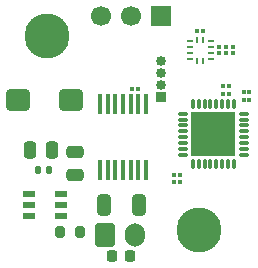
<source format=gbs>
G04 #@! TF.GenerationSoftware,KiCad,Pcbnew,9.0.4*
G04 #@! TF.CreationDate,2025-10-13T14:39:45-04:00*
G04 #@! TF.ProjectId,bldc motor controller,626c6463-206d-46f7-946f-7220636f6e74,rev?*
G04 #@! TF.SameCoordinates,Original*
G04 #@! TF.FileFunction,Soldermask,Bot*
G04 #@! TF.FilePolarity,Negative*
%FSLAX46Y46*%
G04 Gerber Fmt 4.6, Leading zero omitted, Abs format (unit mm)*
G04 Created by KiCad (PCBNEW 9.0.4) date 2025-10-13 14:39:45*
%MOMM*%
%LPD*%
G01*
G04 APERTURE LIST*
G04 Aperture macros list*
%AMRoundRect*
0 Rectangle with rounded corners*
0 $1 Rounding radius*
0 $2 $3 $4 $5 $6 $7 $8 $9 X,Y pos of 4 corners*
0 Add a 4 corners polygon primitive as box body*
4,1,4,$2,$3,$4,$5,$6,$7,$8,$9,$2,$3,0*
0 Add four circle primitives for the rounded corners*
1,1,$1+$1,$2,$3*
1,1,$1+$1,$4,$5*
1,1,$1+$1,$6,$7*
1,1,$1+$1,$8,$9*
0 Add four rect primitives between the rounded corners*
20,1,$1+$1,$2,$3,$4,$5,0*
20,1,$1+$1,$4,$5,$6,$7,0*
20,1,$1+$1,$6,$7,$8,$9,0*
20,1,$1+$1,$8,$9,$2,$3,0*%
G04 Aperture macros list end*
%ADD10R,0.850000X0.850000*%
%ADD11C,0.850000*%
%ADD12RoundRect,0.250000X-0.600000X-0.750000X0.600000X-0.750000X0.600000X0.750000X-0.600000X0.750000X0*%
%ADD13O,1.700000X2.000000*%
%ADD14R,1.700000X1.700000*%
%ADD15C,1.700000*%
%ADD16C,3.800000*%
%ADD17RoundRect,0.075000X-0.125000X-0.075000X0.125000X-0.075000X0.125000X0.075000X-0.125000X0.075000X0*%
%ADD18RoundRect,0.225000X0.225000X0.250000X-0.225000X0.250000X-0.225000X-0.250000X0.225000X-0.250000X0*%
%ADD19RoundRect,0.075000X0.125000X0.075000X-0.125000X0.075000X-0.125000X-0.075000X0.125000X-0.075000X0*%
%ADD20RoundRect,0.075000X0.075000X-0.125000X0.075000X0.125000X-0.075000X0.125000X-0.075000X-0.125000X0*%
%ADD21RoundRect,0.250000X-0.750000X-0.650000X0.750000X-0.650000X0.750000X0.650000X-0.750000X0.650000X0*%
%ADD22R,0.500000X0.280000*%
%ADD23R,0.280000X0.500000*%
%ADD24R,0.400000X1.700000*%
%ADD25O,0.900000X0.280000*%
%ADD26O,0.280000X0.900000*%
%ADD27R,3.700000X3.700000*%
%ADD28R,1.100000X0.600000*%
%ADD29RoundRect,0.200000X-0.200000X-0.275000X0.200000X-0.275000X0.200000X0.275000X-0.200000X0.275000X0*%
%ADD30RoundRect,0.140000X-0.140000X-0.170000X0.140000X-0.170000X0.140000X0.170000X-0.140000X0.170000X0*%
%ADD31RoundRect,0.250000X-0.475000X0.250000X-0.475000X-0.250000X0.475000X-0.250000X0.475000X0.250000X0*%
%ADD32RoundRect,0.250000X0.250000X0.475000X-0.250000X0.475000X-0.250000X-0.475000X0.250000X-0.475000X0*%
%ADD33RoundRect,0.250000X0.325000X0.650000X-0.325000X0.650000X-0.325000X-0.650000X0.325000X-0.650000X0*%
G04 APERTURE END LIST*
D10*
G04 #@! TO.C,J1*
X145600000Y-85000000D03*
D11*
X145600000Y-84000000D03*
X145600000Y-83000000D03*
X145600000Y-82000000D03*
G04 #@! TD*
D12*
G04 #@! TO.C,-BAT+1*
X140900000Y-96750000D03*
D13*
X143400000Y-96750000D03*
G04 #@! TD*
D14*
G04 #@! TO.C,U8*
X145590000Y-78200000D03*
D15*
X143050000Y-78200000D03*
X140510000Y-78200000D03*
G04 #@! TD*
D16*
G04 #@! TO.C,M2*
X136000000Y-79900000D03*
G04 #@! TD*
G04 #@! TO.C,M2*
X148850000Y-96300000D03*
G04 #@! TD*
D17*
G04 #@! TO.C,C13*
X150850000Y-84100000D03*
X151350000Y-84100000D03*
G04 #@! TD*
D18*
G04 #@! TO.C,C9*
X142975000Y-98500000D03*
X141425000Y-98500000D03*
G04 #@! TD*
D19*
G04 #@! TO.C,C16*
X147200000Y-91600000D03*
X146700000Y-91600000D03*
G04 #@! TD*
D17*
G04 #@! TO.C,C20*
X148700000Y-79475000D03*
X149200000Y-79475000D03*
G04 #@! TD*
D20*
G04 #@! TO.C,C23*
X151100000Y-81325000D03*
X151100000Y-80825000D03*
G04 #@! TD*
D21*
G04 #@! TO.C,L1*
X133500000Y-85250000D03*
X138000000Y-85250000D03*
G04 #@! TD*
D22*
G04 #@! TO.C,U6*
X148075000Y-81825000D03*
X148075000Y-81325000D03*
X148075000Y-80825000D03*
X148075000Y-80325000D03*
D23*
X148700000Y-80200000D03*
X149200000Y-80200000D03*
D22*
X149825000Y-80325000D03*
X149825000Y-80825000D03*
X149825000Y-81325000D03*
X149825000Y-81825000D03*
D23*
X149200000Y-81950000D03*
X148700000Y-81950000D03*
G04 #@! TD*
D24*
G04 #@! TO.C,U5*
X144350000Y-91250000D03*
X143700000Y-91250000D03*
X143050000Y-91250000D03*
X142400000Y-91250000D03*
X141750000Y-91250000D03*
X141100000Y-91250000D03*
X140450000Y-91250000D03*
X140450000Y-85650000D03*
X141100000Y-85650000D03*
X141750000Y-85650000D03*
X142400000Y-85650000D03*
X143050000Y-85650000D03*
X143700000Y-85650000D03*
X144350000Y-85650000D03*
G04 #@! TD*
D19*
G04 #@! TO.C,C17*
X147200000Y-92250000D03*
X146700000Y-92250000D03*
G04 #@! TD*
D17*
G04 #@! TO.C,C14*
X152600000Y-85250000D03*
X153100000Y-85250000D03*
G04 #@! TD*
D20*
G04 #@! TO.C,C21*
X151700000Y-81325000D03*
X151700000Y-80825000D03*
G04 #@! TD*
D25*
G04 #@! TO.C,U3*
X147499995Y-89950000D03*
X147499995Y-89450000D03*
X147499995Y-88950000D03*
X147499995Y-88450000D03*
X147499995Y-87950000D03*
X147499995Y-87450000D03*
X147499995Y-86950000D03*
X147499995Y-86450000D03*
D26*
X148299995Y-85650000D03*
X148799995Y-85650000D03*
X149299995Y-85650000D03*
X149799995Y-85650000D03*
X150299995Y-85650000D03*
X150799995Y-85650000D03*
X151299995Y-85650000D03*
X151799995Y-85650000D03*
D25*
X152599995Y-86450000D03*
X152599995Y-86950000D03*
X152599995Y-87450000D03*
X152599995Y-87950000D03*
X152599995Y-88450000D03*
X152599995Y-88950000D03*
X152599995Y-89450000D03*
X152599995Y-89950000D03*
D26*
X151799995Y-90750000D03*
X151299995Y-90750000D03*
X150799995Y-90750000D03*
X150299995Y-90750000D03*
X149799995Y-90750000D03*
X149299995Y-90750000D03*
X148799995Y-90750000D03*
X148299995Y-90750000D03*
D27*
X150049995Y-88200000D03*
G04 #@! TD*
D28*
G04 #@! TO.C,U4*
X137150000Y-93214000D03*
X137150000Y-94164000D03*
X137150000Y-95114000D03*
X134450000Y-95114000D03*
X134450000Y-94164000D03*
X134450000Y-93214000D03*
G04 #@! TD*
D29*
G04 #@! TO.C,R6*
X137075000Y-96450000D03*
X138725000Y-96450000D03*
G04 #@! TD*
D20*
G04 #@! TO.C,C22*
X150500000Y-81325000D03*
X150500000Y-80825000D03*
G04 #@! TD*
D30*
G04 #@! TO.C,C11*
X135170000Y-91200000D03*
X136130000Y-91200000D03*
G04 #@! TD*
D17*
G04 #@! TO.C,C12*
X150850000Y-84750000D03*
X151350000Y-84750000D03*
G04 #@! TD*
G04 #@! TO.C,C19*
X143150000Y-84400000D03*
X143650000Y-84400000D03*
G04 #@! TD*
D31*
G04 #@! TO.C,R1*
X138300000Y-89700000D03*
X138300000Y-91600000D03*
G04 #@! TD*
D17*
G04 #@! TO.C,C15*
X152600000Y-84650000D03*
X153100000Y-84650000D03*
G04 #@! TD*
D32*
G04 #@! TO.C,C2*
X136400000Y-89500000D03*
X134500000Y-89500000D03*
G04 #@! TD*
D33*
G04 #@! TO.C,C1*
X143725000Y-94200000D03*
X140775000Y-94200000D03*
G04 #@! TD*
M02*

</source>
